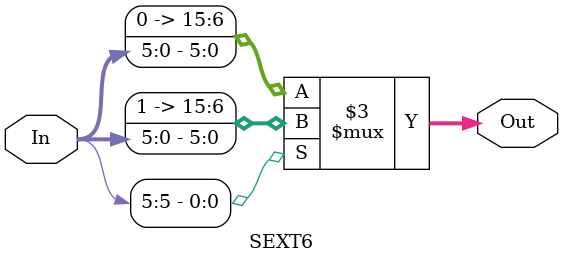
<source format=sv>
module SEXT6(	input logic [5:0]	In,
					output logic[15:0]Out);
					
always_comb
begin
	if(In[5])
		Out <= {(10'b1111111111),In};
	else
		Out <= {(10'b0000000000),In};
end

endmodule

</source>
